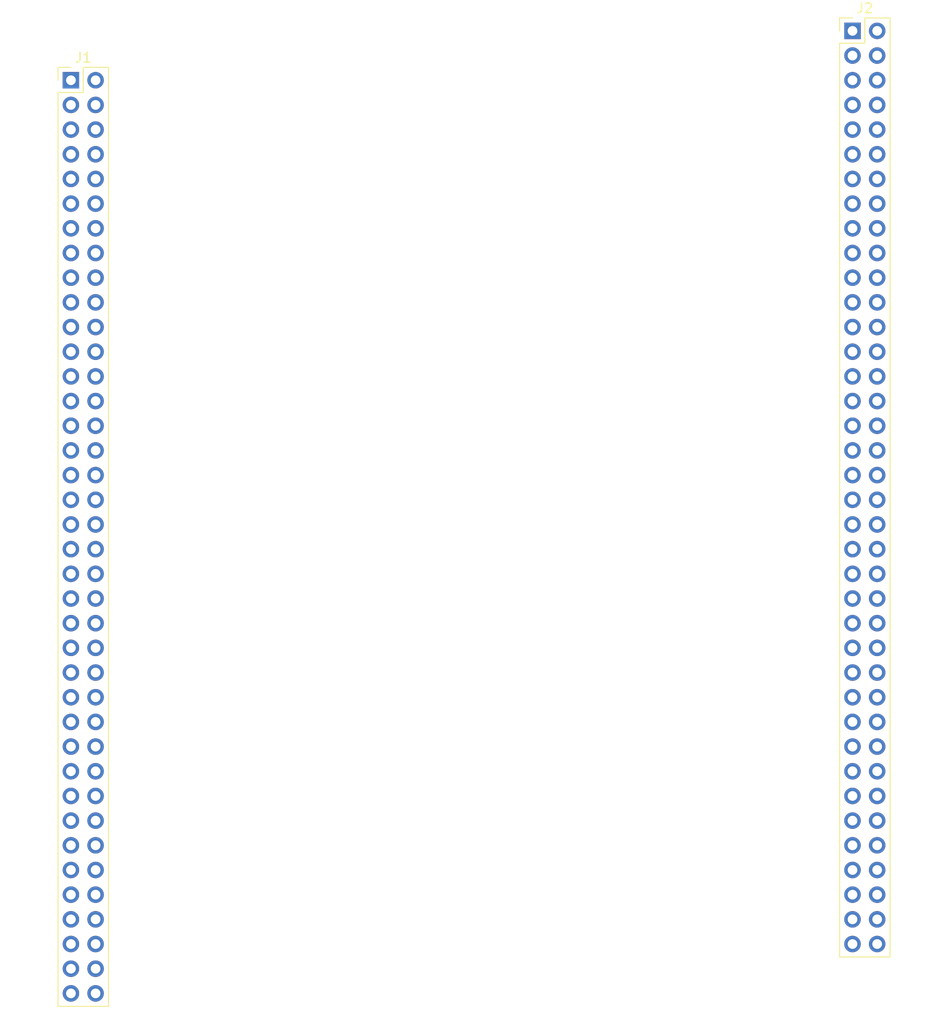
<source format=kicad_pcb>
(kicad_pcb (version 20171130) (host pcbnew 5.1.4)

  (general
    (thickness 1.6)
    (drawings 0)
    (tracks 0)
    (zones 0)
    (modules 2)
    (nets 77)
  )

  (page A4)
  (title_block
    (title "STM32F401RE explore")
    (date 2019.11.14)
    (rev 1.0.0)
    (company oliverdd.std.uestc.edu.cn)
    (comment 1 UESTC)
  )

  (layers
    (0 top_copper signal)
    (31 bottom_copper signal)
    (32 B.Adhes user)
    (33 F.Adhes user)
    (34 B.Paste user)
    (35 F.Paste user)
    (36 B.SilkS user)
    (37 F.SilkS user)
    (38 B.Mask user)
    (39 F.Mask user)
    (40 Dwgs.User user)
    (41 Cmts.User user)
    (42 Eco1.User user)
    (43 Eco2.User user)
    (44 Edge.Cuts user)
    (45 Margin user)
    (46 B.CrtYd user)
    (47 F.CrtYd user)
    (48 B.Fab user)
    (49 F.Fab user)
  )

  (setup
    (last_trace_width 0.25)
    (trace_clearance 0.2)
    (zone_clearance 0.508)
    (zone_45_only no)
    (trace_min 0.2)
    (via_size 0.8)
    (via_drill 0.4)
    (via_min_size 0.4)
    (via_min_drill 0.3)
    (uvia_size 0.3)
    (uvia_drill 0.1)
    (uvias_allowed no)
    (uvia_min_size 0.2)
    (uvia_min_drill 0.1)
    (edge_width 0.05)
    (segment_width 0.2)
    (pcb_text_width 0.3)
    (pcb_text_size 1.5 1.5)
    (mod_edge_width 0.12)
    (mod_text_size 1 1)
    (mod_text_width 0.15)
    (pad_size 1.524 1.524)
    (pad_drill 0.762)
    (pad_to_mask_clearance 0.051)
    (solder_mask_min_width 0.25)
    (aux_axis_origin 0 0)
    (visible_elements FFFFFF7F)
    (pcbplotparams
      (layerselection 0x010fc_ffffffff)
      (usegerberextensions false)
      (usegerberattributes false)
      (usegerberadvancedattributes false)
      (creategerberjobfile false)
      (excludeedgelayer true)
      (linewidth 0.100000)
      (plotframeref false)
      (viasonmask false)
      (mode 1)
      (useauxorigin false)
      (hpglpennumber 1)
      (hpglpenspeed 20)
      (hpglpendiameter 15.000000)
      (psnegative false)
      (psa4output false)
      (plotreference true)
      (plotvalue true)
      (plotinvisibletext false)
      (padsonsilk false)
      (subtractmaskfromsilk false)
      (outputformat 1)
      (mirror false)
      (drillshape 1)
      (scaleselection 1)
      (outputdirectory ""))
  )

  (net 0 "")
  (net 1 "Net-(J1-Pad1)")
  (net 2 "Net-(J1-Pad2)")
  (net 3 "Net-(J1-Pad3)")
  (net 4 "Net-(J1-Pad4)")
  (net 5 VDD)
  (net 6 "Net-(J1-Pad6)")
  (net 7 "Net-(J1-Pad7)")
  (net 8 "Net-(J1-Pad8)")
  (net 9 "Net-(J1-Pad9)")
  (net 10 "Net-(J1-Pad10)")
  (net 11 "Net-(J1-Pad11)")
  (net 12 "Net-(J1-Pad12)")
  (net 13 "Net-(J1-Pad13)")
  (net 14 "Net-(J1-Pad14)")
  (net 15 "Net-(J1-Pad15)")
  (net 16 "Net-(J1-Pad16)")
  (net 17 "Net-(J1-Pad17)")
  (net 18 "Net-(J1-Pad18)")
  (net 19 GND)
  (net 20 "Net-(J1-Pad20)")
  (net 21 "Net-(J1-Pad21)")
  (net 22 "Net-(J1-Pad22)")
  (net 23 "Net-(J1-Pad23)")
  (net 24 "Net-(J1-Pad24)")
  (net 25 "Net-(J1-Pad25)")
  (net 26 "Net-(J1-Pad26)")
  (net 27 "Net-(J1-Pad27)")
  (net 28 "Net-(J1-Pad28)")
  (net 29 "Net-(J1-Pad29)")
  (net 30 "Net-(J1-Pad30)")
  (net 31 "Net-(J1-Pad31)")
  (net 32 "Net-(J1-Pad32)")
  (net 33 "Net-(J1-Pad33)")
  (net 34 "Net-(J1-Pad34)")
  (net 35 "Net-(J1-Pad35)")
  (net 36 "Net-(J1-Pad36)")
  (net 37 "Net-(J1-Pad37)")
  (net 38 "Net-(J1-Pad38)")
  (net 39 "Net-(J2-Pad38)")
  (net 40 "Net-(J2-Pad37)")
  (net 41 "Net-(J2-Pad36)")
  (net 42 "Net-(J2-Pad35)")
  (net 43 "Net-(J2-Pad34)")
  (net 44 "Net-(J2-Pad33)")
  (net 45 "Net-(J2-Pad32)")
  (net 46 "Net-(J2-Pad31)")
  (net 47 "Net-(J2-Pad30)")
  (net 48 "Net-(J2-Pad29)")
  (net 49 "Net-(J2-Pad28)")
  (net 50 "Net-(J2-Pad27)")
  (net 51 "Net-(J2-Pad26)")
  (net 52 "Net-(J2-Pad25)")
  (net 53 "Net-(J2-Pad24)")
  (net 54 "Net-(J2-Pad23)")
  (net 55 "Net-(J2-Pad22)")
  (net 56 "Net-(J2-Pad21)")
  (net 57 "Net-(J2-Pad20)")
  (net 58 "Net-(J2-Pad19)")
  (net 59 "Net-(J2-Pad18)")
  (net 60 "Net-(J2-Pad17)")
  (net 61 "Net-(J2-Pad16)")
  (net 62 "Net-(J2-Pad15)")
  (net 63 "Net-(J2-Pad14)")
  (net 64 "Net-(J2-Pad13)")
  (net 65 "Net-(J2-Pad12)")
  (net 66 "Net-(J2-Pad11)")
  (net 67 "Net-(J2-Pad10)")
  (net 68 "Net-(J2-Pad9)")
  (net 69 "Net-(J2-Pad8)")
  (net 70 "Net-(J2-Pad7)")
  (net 71 "Net-(J2-Pad6)")
  (net 72 "Net-(J2-Pad5)")
  (net 73 "Net-(J2-Pad4)")
  (net 74 "Net-(J2-Pad3)")
  (net 75 "Net-(J2-Pad2)")
  (net 76 "Net-(J2-Pad1)")

  (net_class Default 这是默认网络类。
    (clearance 0.2)
    (trace_width 0.25)
    (via_dia 0.8)
    (via_drill 0.4)
    (uvia_dia 0.3)
    (uvia_drill 0.1)
    (add_net GND)
    (add_net "Net-(J1-Pad1)")
    (add_net "Net-(J1-Pad10)")
    (add_net "Net-(J1-Pad11)")
    (add_net "Net-(J1-Pad12)")
    (add_net "Net-(J1-Pad13)")
    (add_net "Net-(J1-Pad14)")
    (add_net "Net-(J1-Pad15)")
    (add_net "Net-(J1-Pad16)")
    (add_net "Net-(J1-Pad17)")
    (add_net "Net-(J1-Pad18)")
    (add_net "Net-(J1-Pad2)")
    (add_net "Net-(J1-Pad20)")
    (add_net "Net-(J1-Pad21)")
    (add_net "Net-(J1-Pad22)")
    (add_net "Net-(J1-Pad23)")
    (add_net "Net-(J1-Pad24)")
    (add_net "Net-(J1-Pad25)")
    (add_net "Net-(J1-Pad26)")
    (add_net "Net-(J1-Pad27)")
    (add_net "Net-(J1-Pad28)")
    (add_net "Net-(J1-Pad29)")
    (add_net "Net-(J1-Pad3)")
    (add_net "Net-(J1-Pad30)")
    (add_net "Net-(J1-Pad31)")
    (add_net "Net-(J1-Pad32)")
    (add_net "Net-(J1-Pad33)")
    (add_net "Net-(J1-Pad34)")
    (add_net "Net-(J1-Pad35)")
    (add_net "Net-(J1-Pad36)")
    (add_net "Net-(J1-Pad37)")
    (add_net "Net-(J1-Pad38)")
    (add_net "Net-(J1-Pad4)")
    (add_net "Net-(J1-Pad6)")
    (add_net "Net-(J1-Pad7)")
    (add_net "Net-(J1-Pad8)")
    (add_net "Net-(J1-Pad9)")
    (add_net "Net-(J2-Pad1)")
    (add_net "Net-(J2-Pad10)")
    (add_net "Net-(J2-Pad11)")
    (add_net "Net-(J2-Pad12)")
    (add_net "Net-(J2-Pad13)")
    (add_net "Net-(J2-Pad14)")
    (add_net "Net-(J2-Pad15)")
    (add_net "Net-(J2-Pad16)")
    (add_net "Net-(J2-Pad17)")
    (add_net "Net-(J2-Pad18)")
    (add_net "Net-(J2-Pad19)")
    (add_net "Net-(J2-Pad2)")
    (add_net "Net-(J2-Pad20)")
    (add_net "Net-(J2-Pad21)")
    (add_net "Net-(J2-Pad22)")
    (add_net "Net-(J2-Pad23)")
    (add_net "Net-(J2-Pad24)")
    (add_net "Net-(J2-Pad25)")
    (add_net "Net-(J2-Pad26)")
    (add_net "Net-(J2-Pad27)")
    (add_net "Net-(J2-Pad28)")
    (add_net "Net-(J2-Pad29)")
    (add_net "Net-(J2-Pad3)")
    (add_net "Net-(J2-Pad30)")
    (add_net "Net-(J2-Pad31)")
    (add_net "Net-(J2-Pad32)")
    (add_net "Net-(J2-Pad33)")
    (add_net "Net-(J2-Pad34)")
    (add_net "Net-(J2-Pad35)")
    (add_net "Net-(J2-Pad36)")
    (add_net "Net-(J2-Pad37)")
    (add_net "Net-(J2-Pad38)")
    (add_net "Net-(J2-Pad4)")
    (add_net "Net-(J2-Pad5)")
    (add_net "Net-(J2-Pad6)")
    (add_net "Net-(J2-Pad7)")
    (add_net "Net-(J2-Pad8)")
    (add_net "Net-(J2-Pad9)")
    (add_net VDD)
  )

  (module Connector_PinHeader_2.54mm:PinHeader_2x38_P2.54mm_Vertical (layer top_copper) (tedit 59FED5CC) (tstamp 5DD446DE)
    (at 96.012 55.88)
    (descr "Through hole straight pin header, 2x38, 2.54mm pitch, double rows")
    (tags "Through hole pin header THT 2x38 2.54mm double row")
    (path /5DD3E26B)
    (fp_text reference J1 (at 1.27 -2.33) (layer F.SilkS)
      (effects (font (size 1 1) (thickness 0.15)))
    )
    (fp_text value Conn_02x19_Odd_Even (at 1.27 96.31) (layer F.Fab)
      (effects (font (size 1 1) (thickness 0.15)))
    )
    (fp_line (start 0 -1.27) (end 3.81 -1.27) (layer F.Fab) (width 0.1))
    (fp_line (start 3.81 -1.27) (end 3.81 95.25) (layer F.Fab) (width 0.1))
    (fp_line (start 3.81 95.25) (end -1.27 95.25) (layer F.Fab) (width 0.1))
    (fp_line (start -1.27 95.25) (end -1.27 0) (layer F.Fab) (width 0.1))
    (fp_line (start -1.27 0) (end 0 -1.27) (layer F.Fab) (width 0.1))
    (fp_line (start -1.33 95.31) (end 3.87 95.31) (layer F.SilkS) (width 0.12))
    (fp_line (start -1.33 1.27) (end -1.33 95.31) (layer F.SilkS) (width 0.12))
    (fp_line (start 3.87 -1.33) (end 3.87 95.31) (layer F.SilkS) (width 0.12))
    (fp_line (start -1.33 1.27) (end 1.27 1.27) (layer F.SilkS) (width 0.12))
    (fp_line (start 1.27 1.27) (end 1.27 -1.33) (layer F.SilkS) (width 0.12))
    (fp_line (start 1.27 -1.33) (end 3.87 -1.33) (layer F.SilkS) (width 0.12))
    (fp_line (start -1.33 0) (end -1.33 -1.33) (layer F.SilkS) (width 0.12))
    (fp_line (start -1.33 -1.33) (end 0 -1.33) (layer F.SilkS) (width 0.12))
    (fp_line (start -1.8 -1.8) (end -1.8 95.75) (layer F.CrtYd) (width 0.05))
    (fp_line (start -1.8 95.75) (end 4.35 95.75) (layer F.CrtYd) (width 0.05))
    (fp_line (start 4.35 95.75) (end 4.35 -1.8) (layer F.CrtYd) (width 0.05))
    (fp_line (start 4.35 -1.8) (end -1.8 -1.8) (layer F.CrtYd) (width 0.05))
    (fp_text user %R (at 1.27 46.99 90) (layer F.Fab)
      (effects (font (size 1 1) (thickness 0.15)))
    )
    (pad 1 thru_hole rect (at 0 0) (size 1.7 1.7) (drill 1) (layers *.Cu *.Mask)
      (net 1 "Net-(J1-Pad1)"))
    (pad 2 thru_hole oval (at 2.54 0) (size 1.7 1.7) (drill 1) (layers *.Cu *.Mask)
      (net 2 "Net-(J1-Pad2)"))
    (pad 3 thru_hole oval (at 0 2.54) (size 1.7 1.7) (drill 1) (layers *.Cu *.Mask)
      (net 3 "Net-(J1-Pad3)"))
    (pad 4 thru_hole oval (at 2.54 2.54) (size 1.7 1.7) (drill 1) (layers *.Cu *.Mask)
      (net 4 "Net-(J1-Pad4)"))
    (pad 5 thru_hole oval (at 0 5.08) (size 1.7 1.7) (drill 1) (layers *.Cu *.Mask)
      (net 5 VDD))
    (pad 6 thru_hole oval (at 2.54 5.08) (size 1.7 1.7) (drill 1) (layers *.Cu *.Mask)
      (net 6 "Net-(J1-Pad6)"))
    (pad 7 thru_hole oval (at 0 7.62) (size 1.7 1.7) (drill 1) (layers *.Cu *.Mask)
      (net 7 "Net-(J1-Pad7)"))
    (pad 8 thru_hole oval (at 2.54 7.62) (size 1.7 1.7) (drill 1) (layers *.Cu *.Mask)
      (net 8 "Net-(J1-Pad8)"))
    (pad 9 thru_hole oval (at 0 10.16) (size 1.7 1.7) (drill 1) (layers *.Cu *.Mask)
      (net 9 "Net-(J1-Pad9)"))
    (pad 10 thru_hole oval (at 2.54 10.16) (size 1.7 1.7) (drill 1) (layers *.Cu *.Mask)
      (net 10 "Net-(J1-Pad10)"))
    (pad 11 thru_hole oval (at 0 12.7) (size 1.7 1.7) (drill 1) (layers *.Cu *.Mask)
      (net 11 "Net-(J1-Pad11)"))
    (pad 12 thru_hole oval (at 2.54 12.7) (size 1.7 1.7) (drill 1) (layers *.Cu *.Mask)
      (net 12 "Net-(J1-Pad12)"))
    (pad 13 thru_hole oval (at 0 15.24) (size 1.7 1.7) (drill 1) (layers *.Cu *.Mask)
      (net 13 "Net-(J1-Pad13)"))
    (pad 14 thru_hole oval (at 2.54 15.24) (size 1.7 1.7) (drill 1) (layers *.Cu *.Mask)
      (net 14 "Net-(J1-Pad14)"))
    (pad 15 thru_hole oval (at 0 17.78) (size 1.7 1.7) (drill 1) (layers *.Cu *.Mask)
      (net 15 "Net-(J1-Pad15)"))
    (pad 16 thru_hole oval (at 2.54 17.78) (size 1.7 1.7) (drill 1) (layers *.Cu *.Mask)
      (net 16 "Net-(J1-Pad16)"))
    (pad 17 thru_hole oval (at 0 20.32) (size 1.7 1.7) (drill 1) (layers *.Cu *.Mask)
      (net 17 "Net-(J1-Pad17)"))
    (pad 18 thru_hole oval (at 2.54 20.32) (size 1.7 1.7) (drill 1) (layers *.Cu *.Mask)
      (net 18 "Net-(J1-Pad18)"))
    (pad 19 thru_hole oval (at 0 22.86) (size 1.7 1.7) (drill 1) (layers *.Cu *.Mask)
      (net 19 GND))
    (pad 20 thru_hole oval (at 2.54 22.86) (size 1.7 1.7) (drill 1) (layers *.Cu *.Mask)
      (net 20 "Net-(J1-Pad20)"))
    (pad 21 thru_hole oval (at 0 25.4) (size 1.7 1.7) (drill 1) (layers *.Cu *.Mask)
      (net 21 "Net-(J1-Pad21)"))
    (pad 22 thru_hole oval (at 2.54 25.4) (size 1.7 1.7) (drill 1) (layers *.Cu *.Mask)
      (net 22 "Net-(J1-Pad22)"))
    (pad 23 thru_hole oval (at 0 27.94) (size 1.7 1.7) (drill 1) (layers *.Cu *.Mask)
      (net 23 "Net-(J1-Pad23)"))
    (pad 24 thru_hole oval (at 2.54 27.94) (size 1.7 1.7) (drill 1) (layers *.Cu *.Mask)
      (net 24 "Net-(J1-Pad24)"))
    (pad 25 thru_hole oval (at 0 30.48) (size 1.7 1.7) (drill 1) (layers *.Cu *.Mask)
      (net 25 "Net-(J1-Pad25)"))
    (pad 26 thru_hole oval (at 2.54 30.48) (size 1.7 1.7) (drill 1) (layers *.Cu *.Mask)
      (net 26 "Net-(J1-Pad26)"))
    (pad 27 thru_hole oval (at 0 33.02) (size 1.7 1.7) (drill 1) (layers *.Cu *.Mask)
      (net 27 "Net-(J1-Pad27)"))
    (pad 28 thru_hole oval (at 2.54 33.02) (size 1.7 1.7) (drill 1) (layers *.Cu *.Mask)
      (net 28 "Net-(J1-Pad28)"))
    (pad 29 thru_hole oval (at 0 35.56) (size 1.7 1.7) (drill 1) (layers *.Cu *.Mask)
      (net 29 "Net-(J1-Pad29)"))
    (pad 30 thru_hole oval (at 2.54 35.56) (size 1.7 1.7) (drill 1) (layers *.Cu *.Mask)
      (net 30 "Net-(J1-Pad30)"))
    (pad 31 thru_hole oval (at 0 38.1) (size 1.7 1.7) (drill 1) (layers *.Cu *.Mask)
      (net 31 "Net-(J1-Pad31)"))
    (pad 32 thru_hole oval (at 2.54 38.1) (size 1.7 1.7) (drill 1) (layers *.Cu *.Mask)
      (net 32 "Net-(J1-Pad32)"))
    (pad 33 thru_hole oval (at 0 40.64) (size 1.7 1.7) (drill 1) (layers *.Cu *.Mask)
      (net 33 "Net-(J1-Pad33)"))
    (pad 34 thru_hole oval (at 2.54 40.64) (size 1.7 1.7) (drill 1) (layers *.Cu *.Mask)
      (net 34 "Net-(J1-Pad34)"))
    (pad 35 thru_hole oval (at 0 43.18) (size 1.7 1.7) (drill 1) (layers *.Cu *.Mask)
      (net 35 "Net-(J1-Pad35)"))
    (pad 36 thru_hole oval (at 2.54 43.18) (size 1.7 1.7) (drill 1) (layers *.Cu *.Mask)
      (net 36 "Net-(J1-Pad36)"))
    (pad 37 thru_hole oval (at 0 45.72) (size 1.7 1.7) (drill 1) (layers *.Cu *.Mask)
      (net 37 "Net-(J1-Pad37)"))
    (pad 38 thru_hole oval (at 2.54 45.72) (size 1.7 1.7) (drill 1) (layers *.Cu *.Mask)
      (net 38 "Net-(J1-Pad38)"))
    (pad 39 thru_hole oval (at 0 48.26) (size 1.7 1.7) (drill 1) (layers *.Cu *.Mask))
    (pad 40 thru_hole oval (at 2.54 48.26) (size 1.7 1.7) (drill 1) (layers *.Cu *.Mask))
    (pad 41 thru_hole oval (at 0 50.8) (size 1.7 1.7) (drill 1) (layers *.Cu *.Mask))
    (pad 42 thru_hole oval (at 2.54 50.8) (size 1.7 1.7) (drill 1) (layers *.Cu *.Mask))
    (pad 43 thru_hole oval (at 0 53.34) (size 1.7 1.7) (drill 1) (layers *.Cu *.Mask))
    (pad 44 thru_hole oval (at 2.54 53.34) (size 1.7 1.7) (drill 1) (layers *.Cu *.Mask))
    (pad 45 thru_hole oval (at 0 55.88) (size 1.7 1.7) (drill 1) (layers *.Cu *.Mask))
    (pad 46 thru_hole oval (at 2.54 55.88) (size 1.7 1.7) (drill 1) (layers *.Cu *.Mask))
    (pad 47 thru_hole oval (at 0 58.42) (size 1.7 1.7) (drill 1) (layers *.Cu *.Mask))
    (pad 48 thru_hole oval (at 2.54 58.42) (size 1.7 1.7) (drill 1) (layers *.Cu *.Mask))
    (pad 49 thru_hole oval (at 0 60.96) (size 1.7 1.7) (drill 1) (layers *.Cu *.Mask))
    (pad 50 thru_hole oval (at 2.54 60.96) (size 1.7 1.7) (drill 1) (layers *.Cu *.Mask))
    (pad 51 thru_hole oval (at 0 63.5) (size 1.7 1.7) (drill 1) (layers *.Cu *.Mask))
    (pad 52 thru_hole oval (at 2.54 63.5) (size 1.7 1.7) (drill 1) (layers *.Cu *.Mask))
    (pad 53 thru_hole oval (at 0 66.04) (size 1.7 1.7) (drill 1) (layers *.Cu *.Mask))
    (pad 54 thru_hole oval (at 2.54 66.04) (size 1.7 1.7) (drill 1) (layers *.Cu *.Mask))
    (pad 55 thru_hole oval (at 0 68.58) (size 1.7 1.7) (drill 1) (layers *.Cu *.Mask))
    (pad 56 thru_hole oval (at 2.54 68.58) (size 1.7 1.7) (drill 1) (layers *.Cu *.Mask))
    (pad 57 thru_hole oval (at 0 71.12) (size 1.7 1.7) (drill 1) (layers *.Cu *.Mask))
    (pad 58 thru_hole oval (at 2.54 71.12) (size 1.7 1.7) (drill 1) (layers *.Cu *.Mask))
    (pad 59 thru_hole oval (at 0 73.66) (size 1.7 1.7) (drill 1) (layers *.Cu *.Mask))
    (pad 60 thru_hole oval (at 2.54 73.66) (size 1.7 1.7) (drill 1) (layers *.Cu *.Mask))
    (pad 61 thru_hole oval (at 0 76.2) (size 1.7 1.7) (drill 1) (layers *.Cu *.Mask))
    (pad 62 thru_hole oval (at 2.54 76.2) (size 1.7 1.7) (drill 1) (layers *.Cu *.Mask))
    (pad 63 thru_hole oval (at 0 78.74) (size 1.7 1.7) (drill 1) (layers *.Cu *.Mask))
    (pad 64 thru_hole oval (at 2.54 78.74) (size 1.7 1.7) (drill 1) (layers *.Cu *.Mask))
    (pad 65 thru_hole oval (at 0 81.28) (size 1.7 1.7) (drill 1) (layers *.Cu *.Mask))
    (pad 66 thru_hole oval (at 2.54 81.28) (size 1.7 1.7) (drill 1) (layers *.Cu *.Mask))
    (pad 67 thru_hole oval (at 0 83.82) (size 1.7 1.7) (drill 1) (layers *.Cu *.Mask))
    (pad 68 thru_hole oval (at 2.54 83.82) (size 1.7 1.7) (drill 1) (layers *.Cu *.Mask))
    (pad 69 thru_hole oval (at 0 86.36) (size 1.7 1.7) (drill 1) (layers *.Cu *.Mask))
    (pad 70 thru_hole oval (at 2.54 86.36) (size 1.7 1.7) (drill 1) (layers *.Cu *.Mask))
    (pad 71 thru_hole oval (at 0 88.9) (size 1.7 1.7) (drill 1) (layers *.Cu *.Mask))
    (pad 72 thru_hole oval (at 2.54 88.9) (size 1.7 1.7) (drill 1) (layers *.Cu *.Mask))
    (pad 73 thru_hole oval (at 0 91.44) (size 1.7 1.7) (drill 1) (layers *.Cu *.Mask))
    (pad 74 thru_hole oval (at 2.54 91.44) (size 1.7 1.7) (drill 1) (layers *.Cu *.Mask))
    (pad 75 thru_hole oval (at 0 93.98) (size 1.7 1.7) (drill 1) (layers *.Cu *.Mask))
    (pad 76 thru_hole oval (at 2.54 93.98) (size 1.7 1.7) (drill 1) (layers *.Cu *.Mask))
    (model ${KISYS3DMOD}/Connector_PinHeader_2.54mm.3dshapes/PinHeader_2x38_P2.54mm_Vertical.wrl
      (at (xyz 0 0 0))
      (scale (xyz 1 1 1))
      (rotate (xyz 0 0 0))
    )
  )

  (module Connector_PinHeader_2.54mm:PinHeader_2x38_P2.54mm_Vertical (layer top_copper) (tedit 59FED5CC) (tstamp 5DD44740)
    (at 176.53 50.8)
    (descr "Through hole straight pin header, 2x38, 2.54mm pitch, double rows")
    (tags "Through hole pin header THT 2x38 2.54mm double row")
    (path /5DD3F87D)
    (fp_text reference J2 (at 1.27 -2.33) (layer F.SilkS)
      (effects (font (size 1 1) (thickness 0.15)))
    )
    (fp_text value Conn_02x19_Odd_Even (at 1.27 96.31) (layer F.Fab)
      (effects (font (size 1 1) (thickness 0.15)))
    )
    (fp_text user %R (at 1.27 46.99 90) (layer F.Fab)
      (effects (font (size 1 1) (thickness 0.15)))
    )
    (fp_line (start 4.35 -1.8) (end -1.8 -1.8) (layer F.CrtYd) (width 0.05))
    (fp_line (start 4.35 95.75) (end 4.35 -1.8) (layer F.CrtYd) (width 0.05))
    (fp_line (start -1.8 95.75) (end 4.35 95.75) (layer F.CrtYd) (width 0.05))
    (fp_line (start -1.8 -1.8) (end -1.8 95.75) (layer F.CrtYd) (width 0.05))
    (fp_line (start -1.33 -1.33) (end 0 -1.33) (layer F.SilkS) (width 0.12))
    (fp_line (start -1.33 0) (end -1.33 -1.33) (layer F.SilkS) (width 0.12))
    (fp_line (start 1.27 -1.33) (end 3.87 -1.33) (layer F.SilkS) (width 0.12))
    (fp_line (start 1.27 1.27) (end 1.27 -1.33) (layer F.SilkS) (width 0.12))
    (fp_line (start -1.33 1.27) (end 1.27 1.27) (layer F.SilkS) (width 0.12))
    (fp_line (start 3.87 -1.33) (end 3.87 95.31) (layer F.SilkS) (width 0.12))
    (fp_line (start -1.33 1.27) (end -1.33 95.31) (layer F.SilkS) (width 0.12))
    (fp_line (start -1.33 95.31) (end 3.87 95.31) (layer F.SilkS) (width 0.12))
    (fp_line (start -1.27 0) (end 0 -1.27) (layer F.Fab) (width 0.1))
    (fp_line (start -1.27 95.25) (end -1.27 0) (layer F.Fab) (width 0.1))
    (fp_line (start 3.81 95.25) (end -1.27 95.25) (layer F.Fab) (width 0.1))
    (fp_line (start 3.81 -1.27) (end 3.81 95.25) (layer F.Fab) (width 0.1))
    (fp_line (start 0 -1.27) (end 3.81 -1.27) (layer F.Fab) (width 0.1))
    (pad 76 thru_hole oval (at 2.54 93.98) (size 1.7 1.7) (drill 1) (layers *.Cu *.Mask))
    (pad 75 thru_hole oval (at 0 93.98) (size 1.7 1.7) (drill 1) (layers *.Cu *.Mask))
    (pad 74 thru_hole oval (at 2.54 91.44) (size 1.7 1.7) (drill 1) (layers *.Cu *.Mask))
    (pad 73 thru_hole oval (at 0 91.44) (size 1.7 1.7) (drill 1) (layers *.Cu *.Mask))
    (pad 72 thru_hole oval (at 2.54 88.9) (size 1.7 1.7) (drill 1) (layers *.Cu *.Mask))
    (pad 71 thru_hole oval (at 0 88.9) (size 1.7 1.7) (drill 1) (layers *.Cu *.Mask))
    (pad 70 thru_hole oval (at 2.54 86.36) (size 1.7 1.7) (drill 1) (layers *.Cu *.Mask))
    (pad 69 thru_hole oval (at 0 86.36) (size 1.7 1.7) (drill 1) (layers *.Cu *.Mask))
    (pad 68 thru_hole oval (at 2.54 83.82) (size 1.7 1.7) (drill 1) (layers *.Cu *.Mask))
    (pad 67 thru_hole oval (at 0 83.82) (size 1.7 1.7) (drill 1) (layers *.Cu *.Mask))
    (pad 66 thru_hole oval (at 2.54 81.28) (size 1.7 1.7) (drill 1) (layers *.Cu *.Mask))
    (pad 65 thru_hole oval (at 0 81.28) (size 1.7 1.7) (drill 1) (layers *.Cu *.Mask))
    (pad 64 thru_hole oval (at 2.54 78.74) (size 1.7 1.7) (drill 1) (layers *.Cu *.Mask))
    (pad 63 thru_hole oval (at 0 78.74) (size 1.7 1.7) (drill 1) (layers *.Cu *.Mask))
    (pad 62 thru_hole oval (at 2.54 76.2) (size 1.7 1.7) (drill 1) (layers *.Cu *.Mask))
    (pad 61 thru_hole oval (at 0 76.2) (size 1.7 1.7) (drill 1) (layers *.Cu *.Mask))
    (pad 60 thru_hole oval (at 2.54 73.66) (size 1.7 1.7) (drill 1) (layers *.Cu *.Mask))
    (pad 59 thru_hole oval (at 0 73.66) (size 1.7 1.7) (drill 1) (layers *.Cu *.Mask))
    (pad 58 thru_hole oval (at 2.54 71.12) (size 1.7 1.7) (drill 1) (layers *.Cu *.Mask))
    (pad 57 thru_hole oval (at 0 71.12) (size 1.7 1.7) (drill 1) (layers *.Cu *.Mask))
    (pad 56 thru_hole oval (at 2.54 68.58) (size 1.7 1.7) (drill 1) (layers *.Cu *.Mask))
    (pad 55 thru_hole oval (at 0 68.58) (size 1.7 1.7) (drill 1) (layers *.Cu *.Mask))
    (pad 54 thru_hole oval (at 2.54 66.04) (size 1.7 1.7) (drill 1) (layers *.Cu *.Mask))
    (pad 53 thru_hole oval (at 0 66.04) (size 1.7 1.7) (drill 1) (layers *.Cu *.Mask))
    (pad 52 thru_hole oval (at 2.54 63.5) (size 1.7 1.7) (drill 1) (layers *.Cu *.Mask))
    (pad 51 thru_hole oval (at 0 63.5) (size 1.7 1.7) (drill 1) (layers *.Cu *.Mask))
    (pad 50 thru_hole oval (at 2.54 60.96) (size 1.7 1.7) (drill 1) (layers *.Cu *.Mask))
    (pad 49 thru_hole oval (at 0 60.96) (size 1.7 1.7) (drill 1) (layers *.Cu *.Mask))
    (pad 48 thru_hole oval (at 2.54 58.42) (size 1.7 1.7) (drill 1) (layers *.Cu *.Mask))
    (pad 47 thru_hole oval (at 0 58.42) (size 1.7 1.7) (drill 1) (layers *.Cu *.Mask))
    (pad 46 thru_hole oval (at 2.54 55.88) (size 1.7 1.7) (drill 1) (layers *.Cu *.Mask))
    (pad 45 thru_hole oval (at 0 55.88) (size 1.7 1.7) (drill 1) (layers *.Cu *.Mask))
    (pad 44 thru_hole oval (at 2.54 53.34) (size 1.7 1.7) (drill 1) (layers *.Cu *.Mask))
    (pad 43 thru_hole oval (at 0 53.34) (size 1.7 1.7) (drill 1) (layers *.Cu *.Mask))
    (pad 42 thru_hole oval (at 2.54 50.8) (size 1.7 1.7) (drill 1) (layers *.Cu *.Mask))
    (pad 41 thru_hole oval (at 0 50.8) (size 1.7 1.7) (drill 1) (layers *.Cu *.Mask))
    (pad 40 thru_hole oval (at 2.54 48.26) (size 1.7 1.7) (drill 1) (layers *.Cu *.Mask))
    (pad 39 thru_hole oval (at 0 48.26) (size 1.7 1.7) (drill 1) (layers *.Cu *.Mask))
    (pad 38 thru_hole oval (at 2.54 45.72) (size 1.7 1.7) (drill 1) (layers *.Cu *.Mask)
      (net 39 "Net-(J2-Pad38)"))
    (pad 37 thru_hole oval (at 0 45.72) (size 1.7 1.7) (drill 1) (layers *.Cu *.Mask)
      (net 40 "Net-(J2-Pad37)"))
    (pad 36 thru_hole oval (at 2.54 43.18) (size 1.7 1.7) (drill 1) (layers *.Cu *.Mask)
      (net 41 "Net-(J2-Pad36)"))
    (pad 35 thru_hole oval (at 0 43.18) (size 1.7 1.7) (drill 1) (layers *.Cu *.Mask)
      (net 42 "Net-(J2-Pad35)"))
    (pad 34 thru_hole oval (at 2.54 40.64) (size 1.7 1.7) (drill 1) (layers *.Cu *.Mask)
      (net 43 "Net-(J2-Pad34)"))
    (pad 33 thru_hole oval (at 0 40.64) (size 1.7 1.7) (drill 1) (layers *.Cu *.Mask)
      (net 44 "Net-(J2-Pad33)"))
    (pad 32 thru_hole oval (at 2.54 38.1) (size 1.7 1.7) (drill 1) (layers *.Cu *.Mask)
      (net 45 "Net-(J2-Pad32)"))
    (pad 31 thru_hole oval (at 0 38.1) (size 1.7 1.7) (drill 1) (layers *.Cu *.Mask)
      (net 46 "Net-(J2-Pad31)"))
    (pad 30 thru_hole oval (at 2.54 35.56) (size 1.7 1.7) (drill 1) (layers *.Cu *.Mask)
      (net 47 "Net-(J2-Pad30)"))
    (pad 29 thru_hole oval (at 0 35.56) (size 1.7 1.7) (drill 1) (layers *.Cu *.Mask)
      (net 48 "Net-(J2-Pad29)"))
    (pad 28 thru_hole oval (at 2.54 33.02) (size 1.7 1.7) (drill 1) (layers *.Cu *.Mask)
      (net 49 "Net-(J2-Pad28)"))
    (pad 27 thru_hole oval (at 0 33.02) (size 1.7 1.7) (drill 1) (layers *.Cu *.Mask)
      (net 50 "Net-(J2-Pad27)"))
    (pad 26 thru_hole oval (at 2.54 30.48) (size 1.7 1.7) (drill 1) (layers *.Cu *.Mask)
      (net 51 "Net-(J2-Pad26)"))
    (pad 25 thru_hole oval (at 0 30.48) (size 1.7 1.7) (drill 1) (layers *.Cu *.Mask)
      (net 52 "Net-(J2-Pad25)"))
    (pad 24 thru_hole oval (at 2.54 27.94) (size 1.7 1.7) (drill 1) (layers *.Cu *.Mask)
      (net 53 "Net-(J2-Pad24)"))
    (pad 23 thru_hole oval (at 0 27.94) (size 1.7 1.7) (drill 1) (layers *.Cu *.Mask)
      (net 54 "Net-(J2-Pad23)"))
    (pad 22 thru_hole oval (at 2.54 25.4) (size 1.7 1.7) (drill 1) (layers *.Cu *.Mask)
      (net 55 "Net-(J2-Pad22)"))
    (pad 21 thru_hole oval (at 0 25.4) (size 1.7 1.7) (drill 1) (layers *.Cu *.Mask)
      (net 56 "Net-(J2-Pad21)"))
    (pad 20 thru_hole oval (at 2.54 22.86) (size 1.7 1.7) (drill 1) (layers *.Cu *.Mask)
      (net 57 "Net-(J2-Pad20)"))
    (pad 19 thru_hole oval (at 0 22.86) (size 1.7 1.7) (drill 1) (layers *.Cu *.Mask)
      (net 58 "Net-(J2-Pad19)"))
    (pad 18 thru_hole oval (at 2.54 20.32) (size 1.7 1.7) (drill 1) (layers *.Cu *.Mask)
      (net 59 "Net-(J2-Pad18)"))
    (pad 17 thru_hole oval (at 0 20.32) (size 1.7 1.7) (drill 1) (layers *.Cu *.Mask)
      (net 60 "Net-(J2-Pad17)"))
    (pad 16 thru_hole oval (at 2.54 17.78) (size 1.7 1.7) (drill 1) (layers *.Cu *.Mask)
      (net 61 "Net-(J2-Pad16)"))
    (pad 15 thru_hole oval (at 0 17.78) (size 1.7 1.7) (drill 1) (layers *.Cu *.Mask)
      (net 62 "Net-(J2-Pad15)"))
    (pad 14 thru_hole oval (at 2.54 15.24) (size 1.7 1.7) (drill 1) (layers *.Cu *.Mask)
      (net 63 "Net-(J2-Pad14)"))
    (pad 13 thru_hole oval (at 0 15.24) (size 1.7 1.7) (drill 1) (layers *.Cu *.Mask)
      (net 64 "Net-(J2-Pad13)"))
    (pad 12 thru_hole oval (at 2.54 12.7) (size 1.7 1.7) (drill 1) (layers *.Cu *.Mask)
      (net 65 "Net-(J2-Pad12)"))
    (pad 11 thru_hole oval (at 0 12.7) (size 1.7 1.7) (drill 1) (layers *.Cu *.Mask)
      (net 66 "Net-(J2-Pad11)"))
    (pad 10 thru_hole oval (at 2.54 10.16) (size 1.7 1.7) (drill 1) (layers *.Cu *.Mask)
      (net 67 "Net-(J2-Pad10)"))
    (pad 9 thru_hole oval (at 0 10.16) (size 1.7 1.7) (drill 1) (layers *.Cu *.Mask)
      (net 68 "Net-(J2-Pad9)"))
    (pad 8 thru_hole oval (at 2.54 7.62) (size 1.7 1.7) (drill 1) (layers *.Cu *.Mask)
      (net 69 "Net-(J2-Pad8)"))
    (pad 7 thru_hole oval (at 0 7.62) (size 1.7 1.7) (drill 1) (layers *.Cu *.Mask)
      (net 70 "Net-(J2-Pad7)"))
    (pad 6 thru_hole oval (at 2.54 5.08) (size 1.7 1.7) (drill 1) (layers *.Cu *.Mask)
      (net 71 "Net-(J2-Pad6)"))
    (pad 5 thru_hole oval (at 0 5.08) (size 1.7 1.7) (drill 1) (layers *.Cu *.Mask)
      (net 72 "Net-(J2-Pad5)"))
    (pad 4 thru_hole oval (at 2.54 2.54) (size 1.7 1.7) (drill 1) (layers *.Cu *.Mask)
      (net 73 "Net-(J2-Pad4)"))
    (pad 3 thru_hole oval (at 0 2.54) (size 1.7 1.7) (drill 1) (layers *.Cu *.Mask)
      (net 74 "Net-(J2-Pad3)"))
    (pad 2 thru_hole oval (at 2.54 0) (size 1.7 1.7) (drill 1) (layers *.Cu *.Mask)
      (net 75 "Net-(J2-Pad2)"))
    (pad 1 thru_hole rect (at 0 0) (size 1.7 1.7) (drill 1) (layers *.Cu *.Mask)
      (net 76 "Net-(J2-Pad1)"))
    (model ${KISYS3DMOD}/Connector_PinHeader_2.54mm.3dshapes/PinHeader_2x38_P2.54mm_Vertical.wrl
      (at (xyz 0 0 0))
      (scale (xyz 1 1 1))
      (rotate (xyz 0 0 0))
    )
  )

)

</source>
